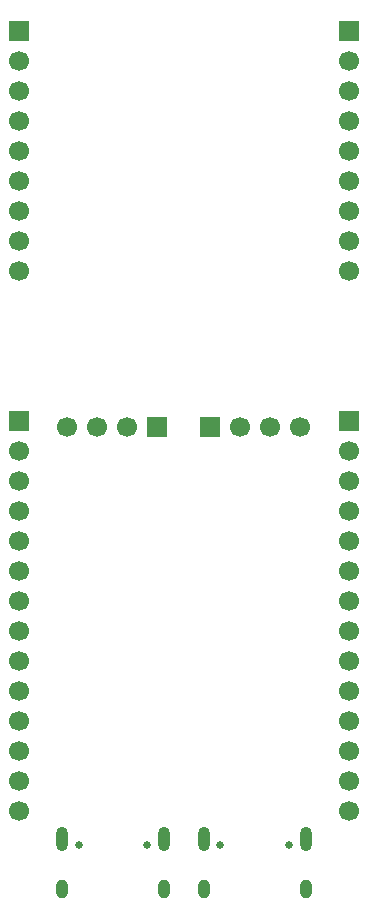
<source format=gbr>
%TF.GenerationSoftware,KiCad,Pcbnew,9.0.6*%
%TF.CreationDate,2025-12-29T11:34:57+00:00*%
%TF.ProjectId,ESP32 S3,45535033-3220-4533-932e-6b696361645f,rev?*%
%TF.SameCoordinates,Original*%
%TF.FileFunction,Soldermask,Bot*%
%TF.FilePolarity,Negative*%
%FSLAX46Y46*%
G04 Gerber Fmt 4.6, Leading zero omitted, Abs format (unit mm)*
G04 Created by KiCad (PCBNEW 9.0.6) date 2025-12-29 11:34:57*
%MOMM*%
%LPD*%
G01*
G04 APERTURE LIST*
%ADD10C,0.650000*%
%ADD11O,1.000000X2.100000*%
%ADD12O,1.000000X1.600000*%
%ADD13R,1.700000X1.700000*%
%ADD14C,1.700000*%
G04 APERTURE END LIST*
D10*
%TO.C,J1*%
X111110000Y-164895000D03*
X116890000Y-164895000D03*
D11*
X109680000Y-164395000D03*
D12*
X109680000Y-168575000D03*
D11*
X118320000Y-164395000D03*
D12*
X118320000Y-168575000D03*
%TD*%
D10*
%TO.C,J6*%
X123110000Y-164895000D03*
X128890000Y-164895000D03*
D11*
X121680000Y-164395000D03*
D12*
X121680000Y-168575000D03*
D11*
X130320000Y-164395000D03*
D12*
X130320000Y-168575000D03*
%TD*%
D13*
%TO.C,J11*%
X133960000Y-129020000D03*
D14*
X133960000Y-131560000D03*
X133960000Y-134100000D03*
X133960000Y-136640000D03*
X133960000Y-139180000D03*
X133960000Y-141720000D03*
X133960000Y-144260000D03*
X133960000Y-146800000D03*
X133960000Y-149340000D03*
X133960000Y-151880000D03*
X133960000Y-154420000D03*
X133960000Y-156960000D03*
X133960000Y-159500000D03*
X133960000Y-162040000D03*
%TD*%
D13*
%TO.C,J10*%
X106040000Y-129020000D03*
D14*
X106040000Y-131560000D03*
X106040000Y-134100000D03*
X106040000Y-136640000D03*
X106040000Y-139180000D03*
X106040000Y-141720000D03*
X106040000Y-144260000D03*
X106040000Y-146800000D03*
X106040000Y-149340000D03*
X106040000Y-151880000D03*
X106040000Y-154420000D03*
X106040000Y-156960000D03*
X106040000Y-159500000D03*
X106040000Y-162040000D03*
%TD*%
D13*
%TO.C,J5*%
X117750000Y-129500000D03*
D14*
X115210000Y-129500000D03*
X112670000Y-129500000D03*
X110130000Y-129500000D03*
%TD*%
D13*
%TO.C,J7*%
X122190000Y-129500000D03*
D14*
X124730000Y-129500000D03*
X127270000Y-129500000D03*
X129810000Y-129500000D03*
%TD*%
D13*
%TO.C,J8*%
X106040000Y-96000000D03*
D14*
X106040000Y-98540000D03*
X106040000Y-101080000D03*
X106040000Y-103620000D03*
X106040000Y-106160000D03*
X106040000Y-108700000D03*
X106040000Y-111240000D03*
X106040000Y-113780000D03*
X106040000Y-116320000D03*
%TD*%
D13*
%TO.C,J9*%
X133960000Y-96000000D03*
D14*
X133960000Y-98540000D03*
X133960000Y-101080000D03*
X133960000Y-103620000D03*
X133960000Y-106160000D03*
X133960000Y-108700000D03*
X133960000Y-111240000D03*
X133960000Y-113780000D03*
X133960000Y-116320000D03*
%TD*%
M02*

</source>
